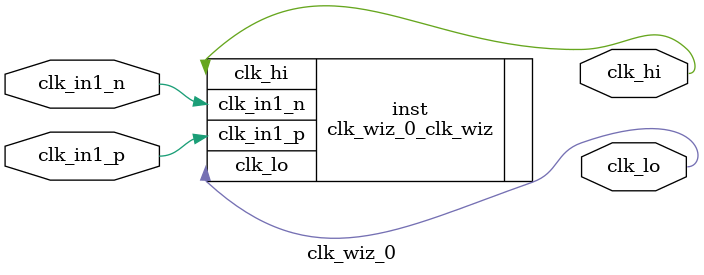
<source format=v>


`timescale 1ps/1ps

(* CORE_GENERATION_INFO = "clk_wiz_0,clk_wiz_v6_0_9_0_0,{component_name=clk_wiz_0,use_phase_alignment=true,use_min_o_jitter=false,use_max_i_jitter=false,use_dyn_phase_shift=false,use_inclk_switchover=false,use_dyn_reconfig=false,enable_axi=0,feedback_source=FDBK_AUTO,PRIMITIVE=MMCM,num_out_clk=2,clkin1_period=5.000,clkin2_period=10.0,use_power_down=false,use_reset=false,use_locked=false,use_inclk_stopped=false,feedback_type=SINGLE,CLOCK_MGR_TYPE=NA,manual_override=false}" *)

module clk_wiz_0 
 (
  // Clock out ports
  output        clk_hi,
  output        clk_lo,
 // Clock in ports
  input         clk_in1_p,
  input         clk_in1_n
 );

  clk_wiz_0_clk_wiz inst
  (
  // Clock out ports  
  .clk_hi(clk_hi),
  .clk_lo(clk_lo),
 // Clock in ports
  .clk_in1_p(clk_in1_p),
  .clk_in1_n(clk_in1_n)
  );

endmodule

</source>
